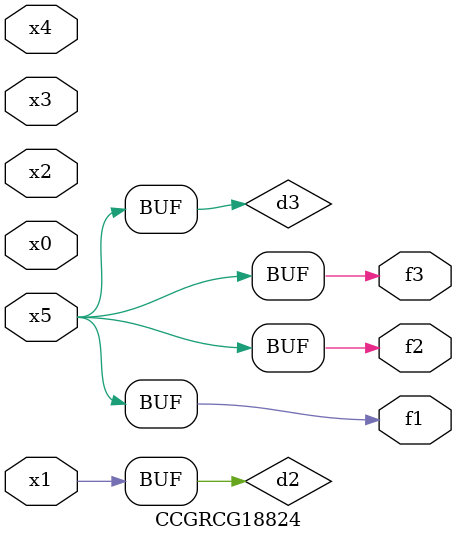
<source format=v>
module CCGRCG18824(
	input x0, x1, x2, x3, x4, x5,
	output f1, f2, f3
);

	wire d1, d2, d3;

	not (d1, x5);
	or (d2, x1);
	xnor (d3, d1);
	assign f1 = d3;
	assign f2 = d3;
	assign f3 = d3;
endmodule

</source>
